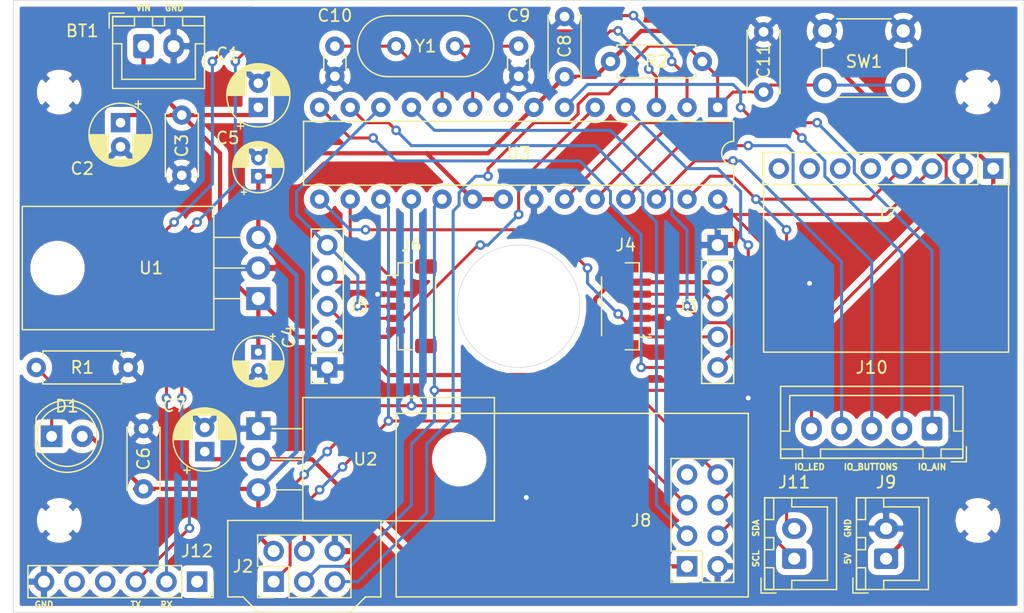
<source format=kicad_pcb>
(kicad_pcb (version 20171130) (host pcbnew 5.1.6-c6e7f7d~86~ubuntu18.04.1)
  (layers (0 F.Cu signal) (31 B.Cu signal) (34 B.Paste user) (35 F.Paste user) (36 B.SilkS user) (37 F.SilkS user) (38 B.Mask user) (39 F.Mask user) (44 Edge.Cuts user))
  (net 0 "")
  (net 1 GND)
  (net 2 +12V)
  (net 3 +5V)
  (net 4 +3V3)
  (net 5 "Net-(C9-Pad1)")
  (net 6 "Net-(C10-Pad1)")
  (net 7 /RST)
  (net 8 "Net-(D1-Pad1)")
  (net 9 /MOSI)
  (net 10 /SCK)
  (net 11 /MISO)
  (net 12 /DIR1)
  (net 13 /PWM1)
  (net 14 /FG1)
  (net 15 /DIR2)
  (net 16 /PWM2)
  (net 17 /FG2)
  (net 18 "Net-(J7-Pad8)")
  (net 19 "Net-(J7-Pad7)")
  (net 20 "Net-(J7-Pad6)")
  (net 21 "Net-(J7-Pad5)")
  (net 22 /SDA)
  (net 23 /SCL)
  (net 24 /RADIO_CSN)
  (net 25 /RADIO_CE)
  (net 26 /IO_LED)
  (net 27 /IO_BUT3)
  (net 28 /IO_BUT2)
  (net 29 /IO_BUT1)
  (net 30 /IO_AIN)
  (net 31 "Net-(J12-Pad5)")
  (net 32 "Net-(J12-Pad4)")
  (net 33 /TX)
  (net 34 /RX)
  (net 35 "Net-(J12-Pad1)")
  (net 36 "Net-(J8-Pad7)")
  (module Package_DIP:DIP-28_W7.62mm (layer F.Cu) (at 165.1 107.95 270)
    (fp_text reference U3 (at 3.81 16.51 180) (layer F.SilkS))
    (fp_text value ATmega328P-PU)
    (pad 28 thru_hole oval (at 7.62 0 270) (size 1.6 1.6) (drill 0.8) (layers *.Cu *.Mask) (net 23 /SCL))
    (pad 14 thru_hole oval (at 0 33.02 270) (size 1.6 1.6) (drill 0.8) (layers *.Cu *.Mask) (net 25 /RADIO_CE))
    (pad 27 thru_hole oval (at 7.62 2.54 270) (size 1.6 1.6) (drill 0.8) (layers *.Cu *.Mask) (net 22 /SDA))
    (pad 13 thru_hole oval (at 0 30.48 270) (size 1.6 1.6) (drill 0.8) (layers *.Cu *.Mask) (net 24 /RADIO_CSN))
    (pad 26 thru_hole oval (at 7.62 5.08 270) (size 1.6 1.6) (drill 0.8) (layers *.Cu *.Mask) (net 27 /IO_BUT3))
    (pad 12 thru_hole oval (at 0 27.94 270) (size 1.6 1.6) (drill 0.8) (layers *.Cu *.Mask) (net 15 /DIR2))
    (pad 25 thru_hole oval (at 7.62 7.62 270) (size 1.6 1.6) (drill 0.8) (layers *.Cu *.Mask) (net 28 /IO_BUT2))
    (pad 11 thru_hole oval (at 0 25.4 270) (size 1.6 1.6) (drill 0.8) (layers *.Cu *.Mask) (net 12 /DIR1))
    (pad 24 thru_hole oval (at 7.62 10.16 270) (size 1.6 1.6) (drill 0.8) (layers *.Cu *.Mask) (net 29 /IO_BUT1))
    (pad 10 thru_hole oval (at 0 22.86 270) (size 1.6 1.6) (drill 0.8) (layers *.Cu *.Mask) (net 6 "Net-(C10-Pad1)"))
    (pad 23 thru_hole oval (at 7.62 12.7 270) (size 1.6 1.6) (drill 0.8) (layers *.Cu *.Mask) (net 30 /IO_AIN))
    (pad 9 thru_hole oval (at 0 20.32 270) (size 1.6 1.6) (drill 0.8) (layers *.Cu *.Mask) (net 5 "Net-(C9-Pad1)"))
    (pad 22 thru_hole oval (at 7.62 15.24 270) (size 1.6 1.6) (drill 0.8) (layers *.Cu *.Mask) (net 1 GND))
    (pad 8 thru_hole oval (at 0 17.78 270) (size 1.6 1.6) (drill 0.8) (layers *.Cu *.Mask) (net 1 GND))
    (pad 21 thru_hole oval (at 7.62 17.78 270) (size 1.6 1.6) (drill 0.8) (layers *.Cu *.Mask) (net 3 +5V))
    (pad 7 thru_hole oval (at 0 15.24 270) (size 1.6 1.6) (drill 0.8) (layers *.Cu *.Mask) (net 3 +5V))
    (pad 20 thru_hole oval (at 7.62 20.32 270) (size 1.6 1.6) (drill 0.8) (layers *.Cu *.Mask) (net 3 +5V))
    (pad 6 thru_hole oval (at 0 12.7 270) (size 1.6 1.6) (drill 0.8) (layers *.Cu *.Mask) (net 26 /IO_LED))
    (pad 19 thru_hole oval (at 7.62 22.86 270) (size 1.6 1.6) (drill 0.8) (layers *.Cu *.Mask) (net 10 /SCK))
    (pad 5 thru_hole oval (at 0 10.16 270) (size 1.6 1.6) (drill 0.8) (layers *.Cu *.Mask) (net 17 /FG2))
    (pad 18 thru_hole oval (at 7.62 25.4 270) (size 1.6 1.6) (drill 0.8) (layers *.Cu *.Mask) (net 11 /MISO))
    (pad 4 thru_hole oval (at 0 7.62 270) (size 1.6 1.6) (drill 0.8) (layers *.Cu *.Mask) (net 14 /FG1))
    (pad 17 thru_hole oval (at 7.62 27.94 270) (size 1.6 1.6) (drill 0.8) (layers *.Cu *.Mask) (net 9 /MOSI))
    (pad 3 thru_hole oval (at 0 5.08 270) (size 1.6 1.6) (drill 0.8) (layers *.Cu *.Mask) (net 33 /TX))
    (pad 16 thru_hole oval (at 7.62 30.48 270) (size 1.6 1.6) (drill 0.8) (layers *.Cu *.Mask) (net 16 /PWM2))
    (pad 2 thru_hole oval (at 0 2.54 270) (size 1.6 1.6) (drill 0.8) (layers *.Cu *.Mask) (net 34 /RX))
    (pad 15 thru_hole oval (at 7.62 33.02 270) (size 1.6 1.6) (drill 0.8) (layers *.Cu *.Mask) (net 13 /PWM1))
    (pad 1 thru_hole rect (at 0 0 270) (size 1.6 1.6) (drill 0.8) (layers *.Cu *.Mask) (net 7 /RST))
  )
  (module MountingHole:MountingHole_2.7mm_M2.5 (layer F.Cu) (at 186.69 142.24)
    (fp_text reference H4 hide)
    (fp_text value MountingHole_Pad)
    (pad 1 np_thru_hole circle (at 0 0) (size 2.7 2.7) (drill 2.7) (layers *.Cu *.Mask) (net 1 GND))
  )
  (module MountingHole:MountingHole_2.7mm_M2.5 (layer F.Cu) (at 110.49 142.24)
    (fp_text reference H3 hide)
    (fp_text value MountingHole_Pad)
    (pad 1 np_thru_hole circle (at 0 0) (size 2.7 2.7) (drill 2.7) (layers *.Cu *.Mask) (net 1 GND))
  )
  (module MountingHole:MountingHole_2.7mm_M2.5 (layer F.Cu) (at 186.69 106.68)
    (fp_text reference H2 hide)
    (fp_text value MountingHole_Pad)
    (pad 1 np_thru_hole circle (at 0 0) (size 2.7 2.7) (drill 2.7) (layers *.Cu *.Mask) (net 1 GND))
  )
  (module MountingHole:MountingHole_2.7mm_M2.5 (layer F.Cu) (at 110.49 106.68)
    (fp_text reference H1 hide)
    (fp_text value MountingHole_Pad hide)
    (pad 1 np_thru_hole circle (at 0 0) (size 2.7 2.7) (drill 2.7) (layers *.Cu *.Mask) (net 1 GND))
  )
  (module Connector_PinSocket_2.54mm:PinSocket_2x04_P2.54mm_Vertical (layer F.Cu) (at 162.56 146.05 180)
    (fp_text reference J8 (at 3.81 3.81) (layer F.SilkS))
    (fp_text value Radio)
    (pad 8 thru_hole oval (at -2.54 7.62 180) (size 1.7 1.7) (drill 1) (layers *.Cu *.Mask) (net 11 /MISO))
    (pad 7 thru_hole oval (at 0 7.62 180) (size 1.7 1.7) (drill 1) (layers *.Cu *.Mask) (net 36 "Net-(J8-Pad7)"))
    (pad 6 thru_hole oval (at -2.54 5.08 180) (size 1.7 1.7) (drill 1) (layers *.Cu *.Mask) (net 10 /SCK))
    (pad 5 thru_hole oval (at 0 5.08 180) (size 1.7 1.7) (drill 1) (layers *.Cu *.Mask) (net 9 /MOSI))
    (pad 4 thru_hole oval (at -2.54 2.54 180) (size 1.7 1.7) (drill 1) (layers *.Cu *.Mask) (net 25 /RADIO_CE))
    (pad 3 thru_hole oval (at 0 2.54 180) (size 1.7 1.7) (drill 1) (layers *.Cu *.Mask) (net 24 /RADIO_CSN))
    (pad 2 thru_hole oval (at -2.54 0 180) (size 1.7 1.7) (drill 1) (layers *.Cu *.Mask) (net 1 GND))
    (pad 1 thru_hole rect (at 0 0 180) (size 1.7 1.7) (drill 1) (layers *.Cu *.Mask) (net 4 +3V3))
  )
  (module Capacitor_THT:C_Disc_D5.0mm_W2.5mm_P5.00mm (layer F.Cu) (at 168.91 106.68 90)
    (fp_text reference C11 (at 2.54 0 90) (layer F.SilkS))
    (fp_text value 4.7n)
    (pad 2 thru_hole circle (at 5 0 90) (size 1.6 1.6) (drill 0.8) (layers *.Cu *.Mask) (net 1 GND))
    (pad 1 thru_hole circle (at 0 0 90) (size 1.6 1.6) (drill 0.8) (layers *.Cu *.Mask) (net 7 /RST))
  )
  (module Package_TO_SOT_THT:TO-220-3_Horizontal_TabDown (layer F.Cu) (at 127 123.825 90)
    (fp_text reference U1 (at 2.54 -8.89 180) (layer F.SilkS))
    (fp_text value L7805)
    (pad 3 thru_hole oval (at 5.08 0 90) (size 1.905 2) (drill 1.1) (layers *.Cu *.Mask) (net 3 +5V))
    (pad 2 thru_hole oval (at 2.54 0 90) (size 1.905 2) (drill 1.1) (layers *.Cu *.Mask) (net 1 GND))
    (pad 1 thru_hole rect (at 0 0 90) (size 1.905 2) (drill 1.1) (layers *.Cu *.Mask) (net 2 +12V))
    (pad "" np_thru_hole oval (at 2.54 -16.66 90) (size 3.5 3.5) (drill 3.5) (layers *.Cu *.Mask))
  )
  (module Crystal:Crystal_HC49-U_Vertical (layer F.Cu) (at 138.43 102.87)
    (fp_text reference Y1 (at 2.44 0) (layer F.SilkS))
    (fp_text value 16MHz hide)
    (pad 2 thru_hole circle (at 4.88 0) (size 1.5 1.5) (drill 0.8) (layers *.Cu *.Mask) (net 5 "Net-(C9-Pad1)"))
    (pad 1 thru_hole circle (at 0 0) (size 1.5 1.5) (drill 0.8) (layers *.Cu *.Mask) (net 6 "Net-(C10-Pad1)"))
  )
  (module Package_TO_SOT_THT:TO-220-3_Horizontal_TabDown (layer F.Cu) (at 127 134.62 270)
    (fp_text reference U2 (at 2.54 -8.89 180) (layer F.SilkS))
    (fp_text value LD1117S33TR_SOT223)
    (pad 3 thru_hole oval (at 5.08 0 270) (size 1.905 2) (drill 1.1) (layers *.Cu *.Mask) (net 3 +5V))
    (pad 2 thru_hole oval (at 2.54 0 270) (size 1.905 2) (drill 1.1) (layers *.Cu *.Mask) (net 4 +3V3))
    (pad 1 thru_hole rect (at 0 0 270) (size 1.905 2) (drill 1.1) (layers *.Cu *.Mask) (net 1 GND))
    (pad "" np_thru_hole oval (at 2.54 -16.66 270) (size 3.5 3.5) (drill 3.5) (layers *.Cu *.Mask))
  )
  (module Button_Switch_THT:SW_PUSH_6mm_H4.3mm (layer F.Cu) (at 173.99 101.6)
    (fp_text reference SW1 (at 3.25 2.54) (layer F.SilkS))
    (fp_text value SW_Push)
    (pad 1 thru_hole circle (at 6.5 0 90) (size 2 2) (drill 1.1) (layers *.Cu *.Mask) (net 1 GND))
    (pad 2 thru_hole circle (at 6.5 4.5 90) (size 2 2) (drill 1.1) (layers *.Cu *.Mask) (net 7 /RST))
    (pad 1 thru_hole circle (at 0 0 90) (size 2 2) (drill 1.1) (layers *.Cu *.Mask) (net 1 GND))
    (pad 2 thru_hole circle (at 0 4.5 90) (size 2 2) (drill 1.1) (layers *.Cu *.Mask) (net 7 /RST))
  )
  (module Resistor_THT:R_Axial_DIN0207_L6.3mm_D2.5mm_P7.62mm_Horizontal (layer F.Cu) (at 163.83 104.14 180)
    (fp_text reference R2 (at 3.81 0) (layer F.SilkS))
    (fp_text value 10k)
    (pad 2 thru_hole oval (at 7.62 0 180) (size 1.6 1.6) (drill 0.8) (layers *.Cu *.Mask) (net 3 +5V))
    (pad 1 thru_hole circle (at 0 0 180) (size 1.6 1.6) (drill 0.8) (layers *.Cu *.Mask) (net 7 /RST))
  )
  (module Resistor_THT:R_Axial_DIN0207_L6.3mm_D2.5mm_P7.62mm_Horizontal (layer F.Cu) (at 116.205 129.54 180)
    (fp_text reference R1 (at 3.81 0) (layer F.SilkS))
    (fp_text value 220)
    (pad 2 thru_hole oval (at 7.62 0 180) (size 1.6 1.6) (drill 0.8) (layers *.Cu *.Mask) (net 8 "Net-(D1-Pad1)"))
    (pad 1 thru_hole circle (at 0 0 180) (size 1.6 1.6) (drill 0.8) (layers *.Cu *.Mask) (net 1 GND))
  )
  (module Connector_PinSocket_2.54mm:PinSocket_1x06_P2.54mm_Vertical (layer F.Cu) (at 121.92 147.32 270)
    (fp_text reference J12 (at -2.54 0 180) (layer F.SilkS))
    (fp_text value Serial)
    (pad 6 thru_hole oval (at 0 12.7 270) (size 1.7 1.7) (drill 1) (layers *.Cu *.Mask) (net 1 GND))
    (pad 5 thru_hole oval (at 0 10.16 270) (size 1.7 1.7) (drill 1) (layers *.Cu *.Mask) (net 31 "Net-(J12-Pad5)"))
    (pad 4 thru_hole oval (at 0 7.62 270) (size 1.7 1.7) (drill 1) (layers *.Cu *.Mask) (net 32 "Net-(J12-Pad4)"))
    (pad 3 thru_hole oval (at 0 5.08 270) (size 1.7 1.7) (drill 1) (layers *.Cu *.Mask) (net 33 /TX))
    (pad 2 thru_hole oval (at 0 2.54 270) (size 1.7 1.7) (drill 1) (layers *.Cu *.Mask) (net 34 /RX))
    (pad 1 thru_hole rect (at 0 0 270) (size 1.7 1.7) (drill 1) (layers *.Cu *.Mask) (net 35 "Net-(J12-Pad1)"))
  )
  (module Connector_JST:JST_XH_B2B-XH-A_1x02_P2.50mm_Vertical (layer F.Cu) (at 171.45 145.415 90)
    (fp_text reference J11 (at 6.35 0 180) (layer F.SilkS))
    (fp_text value "Interface I2C")
    (pad 2 thru_hole oval (at 2.5 0 90) (size 1.7 2) (drill 1) (layers *.Cu *.Mask) (net 22 /SDA))
    (pad 1 thru_hole roundrect (at 0 0 90) (size 1.7 2) (drill 1) (layers *.Cu *.Mask) (roundrect_rratio 0.147059) (net 23 /SCL))
  )
  (module Connector_JST:JST_XH_B5B-XH-A_1x05_P2.50mm_Vertical (layer F.Cu) (at 182.88 134.62 180)
    (fp_text reference J10 (at 5 5.08) (layer F.SilkS))
    (fp_text value "Interface IO")
    (pad 5 thru_hole oval (at 10 0 180) (size 1.7 1.95) (drill 0.95) (layers *.Cu *.Mask) (net 26 /IO_LED))
    (pad 4 thru_hole oval (at 7.5 0 180) (size 1.7 1.95) (drill 0.95) (layers *.Cu *.Mask) (net 27 /IO_BUT3))
    (pad 3 thru_hole oval (at 5 0 180) (size 1.7 1.95) (drill 0.95) (layers *.Cu *.Mask) (net 28 /IO_BUT2))
    (pad 2 thru_hole oval (at 2.5 0 180) (size 1.7 1.95) (drill 0.95) (layers *.Cu *.Mask) (net 29 /IO_BUT1))
    (pad 1 thru_hole roundrect (at 0 0 180) (size 1.7 1.95) (drill 0.95) (layers *.Cu *.Mask) (roundrect_rratio 0.147059) (net 30 /IO_AIN))
  )
  (module Connector_JST:JST_XH_B2B-XH-A_1x02_P2.50mm_Vertical (layer F.Cu) (at 179.07 145.415 90)
    (fp_text reference J9 (at 6.35 0 180) (layer F.SilkS))
    (fp_text value "Interface Power")
    (pad 2 thru_hole oval (at 2.5 0 90) (size 1.7 2) (drill 1) (layers *.Cu *.Mask) (net 1 GND))
    (pad 1 thru_hole roundrect (at 0 0 90) (size 1.7 2) (drill 1) (layers *.Cu *.Mask) (roundrect_rratio 0.147059) (net 3 +5V))
  )
  (module Connector_PinSocket_2.54mm:PinSocket_1x08_P2.54mm_Vertical (layer F.Cu) (at 187.96 113.03 270)
    (fp_text reference J7 (at 3.81 8.89 180) (layer F.SilkS))
    (fp_text value MPU6050)
    (pad 8 thru_hole oval (at 0 17.78 270) (size 1.7 1.7) (drill 1) (layers *.Cu *.Mask) (net 18 "Net-(J7-Pad8)"))
    (pad 7 thru_hole oval (at 0 15.24 270) (size 1.7 1.7) (drill 1) (layers *.Cu *.Mask) (net 19 "Net-(J7-Pad7)"))
    (pad 6 thru_hole oval (at 0 12.7 270) (size 1.7 1.7) (drill 1) (layers *.Cu *.Mask) (net 20 "Net-(J7-Pad6)"))
    (pad 5 thru_hole oval (at 0 10.16 270) (size 1.7 1.7) (drill 1) (layers *.Cu *.Mask) (net 21 "Net-(J7-Pad5)"))
    (pad 4 thru_hole oval (at 0 7.62 270) (size 1.7 1.7) (drill 1) (layers *.Cu *.Mask) (net 22 /SDA))
    (pad 3 thru_hole oval (at 0 5.08 270) (size 1.7 1.7) (drill 1) (layers *.Cu *.Mask) (net 23 /SCL))
    (pad 2 thru_hole oval (at 0 2.54 270) (size 1.7 1.7) (drill 1) (layers *.Cu *.Mask) (net 1 GND))
    (pad 1 thru_hole rect (at 0 0 270) (size 1.7 1.7) (drill 1) (layers *.Cu *.Mask) (net 3 +5V))
  )
  (module Connector_JST:JST_SH_BM05B-SRSS-TB_1x05-1MP_P1.00mm_Vertical (layer F.Cu) (at 139.7 124.46 270)
    (fp_text reference J6 (at -5.08 0 180) (layer F.SilkS))
    (fp_text value "Motor 2 (micro)")
    (pad MP smd roundrect (at 3.3 -1.2 270) (size 1.2 1.8) (layers F.Cu F.Paste F.Mask) (roundrect_rratio 0.208333))
    (pad MP smd roundrect (at -3.3 -1.2 270) (size 1.2 1.8) (layers F.Cu F.Paste F.Mask) (roundrect_rratio 0.208333))
    (pad 5 smd roundrect (at 2 1.325 270) (size 0.6 1.55) (layers F.Cu F.Paste F.Mask) (net 2 +12V))
    (pad 4 smd roundrect (at 1 1.325 270) (size 0.6 1.55) (layers F.Cu F.Paste F.Mask) (net 17 /FG2))
    (pad 3 smd roundrect (at 0 1.325 270) (size 0.6 1.55) (layers F.Cu F.Paste F.Mask) (net 15 /DIR2))
    (pad 2 smd roundrect (at -1 1.325 270) (size 0.6 1.55) (layers F.Cu F.Paste F.Mask) (net 1 GND))
    (pad 1 smd roundrect (at -2 1.325 270) (size 0.6 1.55) (layers F.Cu F.Paste F.Mask) (net 16 /PWM2))
  )
  (module Connector_PinSocket_2.54mm:PinSocket_1x05_P2.54mm_Vertical (layer F.Cu) (at 132.715 129.54 180)
    (fp_text reference J5 (at -2.54 5.08) (layer F.SilkS))
    (fp_text value "Motor 2")
    (pad 5 thru_hole oval (at 0 10.16 180) (size 1.7 1.7) (drill 1) (layers *.Cu *.Mask) (net 15 /DIR2))
    (pad 4 thru_hole oval (at 0 7.62 180) (size 1.7 1.7) (drill 1) (layers *.Cu *.Mask) (net 16 /PWM2))
    (pad 3 thru_hole oval (at 0 5.08 180) (size 1.7 1.7) (drill 1) (layers *.Cu *.Mask) (net 17 /FG2))
    (pad 2 thru_hole oval (at 0 2.54 180) (size 1.7 1.7) (drill 1) (layers *.Cu *.Mask) (net 2 +12V))
    (pad 1 thru_hole rect (at 0 0 180) (size 1.7 1.7) (drill 1) (layers *.Cu *.Mask) (net 1 GND))
  )
  (module Connector_JST:JST_SH_BM05B-SRSS-TB_1x05-1MP_P1.00mm_Vertical (layer F.Cu) (at 157.48 124.46 90)
    (fp_text reference J4 (at 5.08 0 180) (layer F.SilkS))
    (fp_text value "Motor 1 (micro)")
    (pad MP smd roundrect (at 3.3 -1.2 90) (size 1.2 1.8) (layers F.Cu F.Paste F.Mask) (roundrect_rratio 0.208333))
    (pad MP smd roundrect (at -3.3 -1.2 90) (size 1.2 1.8) (layers F.Cu F.Paste F.Mask) (roundrect_rratio 0.208333))
    (pad 5 smd roundrect (at 2 1.325 90) (size 0.6 1.55) (layers F.Cu F.Paste F.Mask) (net 2 +12V))
    (pad 4 smd roundrect (at 1 1.325 90) (size 0.6 1.55) (layers F.Cu F.Paste F.Mask) (net 14 /FG1))
    (pad 3 smd roundrect (at 0 1.325 90) (size 0.6 1.55) (layers F.Cu F.Paste F.Mask) (net 12 /DIR1))
    (pad 2 smd roundrect (at -1 1.325 90) (size 0.6 1.55) (layers F.Cu F.Paste F.Mask) (net 1 GND))
    (pad 1 smd roundrect (at -2 1.325 90) (size 0.6 1.55) (layers F.Cu F.Paste F.Mask) (net 13 /PWM1))
  )
  (module Connector_PinSocket_2.54mm:PinSocket_1x05_P2.54mm_Vertical (layer F.Cu) (at 165.1 119.38)
    (fp_text reference J3 (at -2.54 5.08) (layer F.SilkS))
    (fp_text value "Motor 1")
    (pad 5 thru_hole oval (at 0 10.16) (size 1.7 1.7) (drill 1) (layers *.Cu *.Mask) (net 12 /DIR1))
    (pad 4 thru_hole oval (at 0 7.62) (size 1.7 1.7) (drill 1) (layers *.Cu *.Mask) (net 13 /PWM1))
    (pad 3 thru_hole oval (at 0 5.08) (size 1.7 1.7) (drill 1) (layers *.Cu *.Mask) (net 14 /FG1))
    (pad 2 thru_hole oval (at 0 2.54) (size 1.7 1.7) (drill 1) (layers *.Cu *.Mask) (net 2 +12V))
    (pad 1 thru_hole rect (at 0 0) (size 1.7 1.7) (drill 1) (layers *.Cu *.Mask) (net 1 GND))
  )
  (module Connector_PinHeader_2.54mm:PinHeader_2x03_P2.54mm_Vertical (layer F.Cu) (at 128.27 147.32 90)
    (fp_text reference J2 (at 1.27 -2.54 180) (layer F.SilkS))
    (fp_text value "ICSP Programmer")
    (pad 6 thru_hole oval (at 2.54 5.08 90) (size 1.7 1.7) (drill 1) (layers *.Cu *.Mask) (net 1 GND))
    (pad 5 thru_hole oval (at 0 5.08 90) (size 1.7 1.7) (drill 1) (layers *.Cu *.Mask) (net 7 /RST))
    (pad 4 thru_hole oval (at 2.54 2.54 90) (size 1.7 1.7) (drill 1) (layers *.Cu *.Mask) (net 9 /MOSI))
    (pad 3 thru_hole oval (at 0 2.54 90) (size 1.7 1.7) (drill 1) (layers *.Cu *.Mask) (net 10 /SCK))
    (pad 2 thru_hole oval (at 2.54 0 90) (size 1.7 1.7) (drill 1) (layers *.Cu *.Mask) (net 3 +5V))
    (pad 1 thru_hole rect (at 0 0 90) (size 1.7 1.7) (drill 1) (layers *.Cu *.Mask) (net 11 /MISO))
  )
  (module LED_THT:LED_D5.0mm (layer F.Cu) (at 109.855 135.255)
    (fp_text reference D1 (at 1.27 -2.5) (layer F.SilkS))
    (fp_text value LED)
    (pad 2 thru_hole circle (at 2.54 0) (size 1.8 1.8) (drill 0.9) (layers *.Cu *.Mask) (net 3 +5V))
    (pad 1 thru_hole rect (at 0 0) (size 1.8 1.8) (drill 0.9) (layers *.Cu *.Mask) (net 8 "Net-(D1-Pad1)"))
  )
  (module Capacitor_THT:C_Disc_D3.0mm_W1.6mm_P2.50mm (layer F.Cu) (at 133.35 102.87 270)
    (fp_text reference C10 (at -2.54 0 180) (layer F.SilkS))
    (fp_text value 22p hide)
    (pad 2 thru_hole circle (at 2.5 0 270) (size 1.6 1.6) (drill 0.8) (layers *.Cu *.Mask) (net 1 GND))
    (pad 1 thru_hole circle (at 0 0 270) (size 1.6 1.6) (drill 0.8) (layers *.Cu *.Mask) (net 6 "Net-(C10-Pad1)"))
  )
  (module Capacitor_THT:C_Disc_D3.0mm_W1.6mm_P2.50mm (layer F.Cu) (at 148.59 102.87 270)
    (fp_text reference C9 (at -2.54 0 180) (layer F.SilkS))
    (fp_text value 22p hide)
    (pad 2 thru_hole circle (at 2.5 0 270) (size 1.6 1.6) (drill 0.8) (layers *.Cu *.Mask) (net 1 GND))
    (pad 1 thru_hole circle (at 0 0 270) (size 1.6 1.6) (drill 0.8) (layers *.Cu *.Mask) (net 5 "Net-(C9-Pad1)"))
  )
  (module Capacitor_THT:C_Disc_D5.0mm_W2.5mm_P5.00mm (layer F.Cu) (at 152.4 105.41 90)
    (fp_text reference C8 (at 2.54 0 90) (layer F.SilkS))
    (fp_text value 0.1u hide)
    (pad 2 thru_hole circle (at 5 0 90) (size 1.6 1.6) (drill 0.8) (layers *.Cu *.Mask) (net 1 GND))
    (pad 1 thru_hole circle (at 0 0 90) (size 1.6 1.6) (drill 0.8) (layers *.Cu *.Mask) (net 3 +5V))
  )
  (module Capacitor_THT:CP_Radial_D5.0mm_P2.00mm (layer F.Cu) (at 122.555 136.525 90)
    (fp_text reference C7 (at 3.81 -2.54 180) (layer F.SilkS))
    (fp_text value 10u)
    (pad 2 thru_hole circle (at 2 0 90) (size 1.6 1.6) (drill 0.8) (layers *.Cu *.Mask) (net 1 GND))
    (pad 1 thru_hole rect (at 0 0 90) (size 1.6 1.6) (drill 0.8) (layers *.Cu *.Mask) (net 4 +3V3))
  )
  (module Capacitor_THT:C_Disc_D5.0mm_W2.5mm_P5.00mm (layer F.Cu) (at 117.475 134.62 270)
    (fp_text reference C6 (at 2.5 0 90) (layer F.SilkS))
    (fp_text value 0.1u)
    (pad 2 thru_hole circle (at 5 0 270) (size 1.6 1.6) (drill 0.8) (layers *.Cu *.Mask) (net 3 +5V))
    (pad 1 thru_hole circle (at 0 0 270) (size 1.6 1.6) (drill 0.8) (layers *.Cu *.Mask) (net 1 GND))
  )
  (module Capacitor_THT:CP_Radial_D4.0mm_P1.50mm (layer F.Cu) (at 127 113.665 90)
    (fp_text reference C5 (at 3.175 -2.54 180) (layer F.SilkS))
    (fp_text value 0.1u)
    (pad 2 thru_hole circle (at 1.5 0 90) (size 1.2 1.2) (drill 0.6) (layers *.Cu *.Mask) (net 1 GND))
    (pad 1 thru_hole rect (at 0 0 90) (size 1.2 1.2) (drill 0.6) (layers *.Cu *.Mask) (net 3 +5V))
  )
  (module Capacitor_THT:CP_Radial_D4.0mm_P1.50mm (layer F.Cu) (at 127 128.27 270)
    (fp_text reference C4 (at -1.27 -2.54 90) (layer F.SilkS))
    (fp_text value 0.33u)
    (pad 2 thru_hole circle (at 1.5 0 270) (size 1.2 1.2) (drill 0.6) (layers *.Cu *.Mask) (net 1 GND))
    (pad 1 thru_hole rect (at 0 0 270) (size 1.2 1.2) (drill 0.6) (layers *.Cu *.Mask) (net 2 +12V))
  )
  (module Capacitor_THT:C_Disc_D5.0mm_W2.5mm_P5.00mm (layer F.Cu) (at 120.65 108.585 270)
    (fp_text reference C3 (at 2.54 0 90) (layer F.SilkS))
    (fp_text value 0.1u hide)
    (pad 2 thru_hole circle (at 5 0 270) (size 1.6 1.6) (drill 0.8) (layers *.Cu *.Mask) (net 1 GND))
    (pad 1 thru_hole circle (at 0 0 270) (size 1.6 1.6) (drill 0.8) (layers *.Cu *.Mask) (net 2 +12V))
  )
  (module Capacitor_THT:CP_Radial_D5.0mm_P2.00mm (layer F.Cu) (at 115.57 109.22 270)
    (fp_text reference C2 (at 3.81 3.175 180) (layer F.SilkS))
    (fp_text value 1u)
    (pad 2 thru_hole circle (at 2 0 270) (size 1.6 1.6) (drill 0.8) (layers *.Cu *.Mask) (net 1 GND))
    (pad 1 thru_hole rect (at 0 0 270) (size 1.6 1.6) (drill 0.8) (layers *.Cu *.Mask) (net 2 +12V))
  )
  (module Capacitor_THT:CP_Radial_D5.0mm_P2.00mm (layer F.Cu) (at 127 107.95 90)
    (fp_text reference C1 (at 4.445 -2.54 180) (layer F.SilkS))
    (fp_text value 10u)
    (pad 2 thru_hole circle (at 2 0 90) (size 1.6 1.6) (drill 0.8) (layers *.Cu *.Mask) (net 1 GND))
    (pad 1 thru_hole rect (at 0 0 90) (size 1.6 1.6) (drill 0.8) (layers *.Cu *.Mask) (net 2 +12V))
  )
  (module Connector_JST:JST_XH_B2B-XH-A_1x02_P2.50mm_Vertical (layer F.Cu) (at 117.475 102.87)
    (fp_text reference BT1 (at -5.08 -1.27) (layer F.SilkS))
    (fp_text value Battery hide)
    (pad 2 thru_hole oval (at 2.5 0) (size 1.7 2) (drill 1) (layers *.Cu *.Mask) (net 1 GND))
    (pad 1 thru_hole roundrect (at 0 0) (size 1.7 2) (drill 1) (layers *.Cu *.Mask) (roundrect_rratio 0.147059) (net 2 +12V))
  )
  (gr_text IO_BUTTONS (at 177.8 137.795) (layer F.SilkS) (effects (font (size 0.5 0.5) (thickness 0.125))))
  (gr_text IO_AIN (at 182.88 137.795) (layer F.SilkS) (effects (font (size 0.5 0.5) (thickness 0.125))))
  (gr_text IO_LED (at 172.72 137.795) (layer F.SilkS) (effects (font (size 0.5 0.5) (thickness 0.125))))
  (gr_text GND (at 175.895 142.875 90) (layer F.SilkS) (effects (font (size 0.5 0.5) (thickness 0.125))))
  (gr_text 5V (at 175.895 145.415 90) (layer F.SilkS) (effects (font (size 0.5 0.5) (thickness 0.125))))
  (gr_text SCL (at 168.275 145.415 90) (layer F.SilkS) (effects (font (size 0.5 0.5) (thickness 0.125))))
  (gr_text SDA (at 168.275 142.875 90) (layer F.SilkS) (effects (font (size 0.5 0.5) (thickness 0.125))))
  (gr_text GND (at 120.015 99.695) (layer F.SilkS) (effects (font (size 0.5 0.5) (thickness 0.125))))
  (gr_text VIN (at 117.475 99.695) (layer F.SilkS) (effects (font (size 0.5 0.5) (thickness 0.125))))
  (gr_text RX (at 119.38 149.225) (layer F.SilkS) (effects (font (size 0.5 0.5) (thickness 0.125))))
  (gr_text TX (at 116.84 149.225) (layer F.SilkS) (effects (font (size 0.5 0.5) (thickness 0.125))))
  (gr_text GND (at 109.22 149.225) (layer F.SilkS) (effects (font (size 0.5 0.5) (thickness 0.125))))
  (gr_line (start 127 149.86) (end 134.62 149.86) (layer F.SilkS) (width 0.12))
  (gr_line (start 125.73 148.59) (end 127 149.86) (layer F.SilkS) (width 0.12))
  (gr_line (start 135.89 148.59) (end 134.62 149.86) (layer F.SilkS) (width 0.12))
  (gr_line (start 137.16 148.59) (end 135.89 148.59) (layer F.SilkS) (width 0.12))
  (gr_line (start 124.46 148.59) (end 124.46 142.24) (layer F.SilkS) (width 0.12))
  (gr_line (start 125.73 148.59) (end 124.46 148.59) (layer F.SilkS) (width 0.12))
  (gr_line (start 137.16 142.24) (end 137.16 148.59) (layer F.SilkS) (width 0.12))
  (gr_line (start 124.46 142.24) (end 137.16 142.24) (layer F.SilkS) (width 0.12))
  (gr_line (start 168.85 111.7) (end 189.23 111.76) (layer F.SilkS) (width 0.12))
  (gr_line (start 168.91 128.27) (end 168.91 111.76) (layer F.SilkS) (width 0.12))
  (gr_line (start 189.23 128.27) (end 168.91 128.27) (layer F.SilkS) (width 0.12))
  (gr_line (start 189.23 111.76) (end 189.23 128.27) (layer F.SilkS) (width 0.12))
  (gr_line (start 138.43 148.59) (end 138.43 133.35) (layer F.SilkS) (width 0.12))
  (gr_line (start 167.64 148.59) (end 138.43 148.59) (layer F.SilkS) (width 0.12))
  (gr_line (start 167.64 133.35) (end 167.64 148.59) (layer F.SilkS) (width 0.12))
  (gr_line (start 153.67 133.35) (end 167.64 133.35) (layer F.SilkS) (width 0.12))
  (gr_line (start 138.43 133.35) (end 153.67 133.35) (layer F.SilkS) (width 0.12))
  (gr_line (start 106.68 149.86) (end 106.68 99.06) (layer Edge.Cuts) (width 0.05))
  (gr_line (start 190.5 149.86) (end 106.68 149.86) (layer Edge.Cuts) (width 0.05))
  (gr_line (start 190.5 99.06) (end 190.5 149.86) (layer Edge.Cuts) (width 0.05))
  (gr_line (start 106.68 99.06) (end 190.5 99.06) (layer Edge.Cuts) (width 0.05))
  (gr_circle (center 148.59 124.46) (end 153.67 124.46) (layer Edge.Cuts) (width 0.05))
  (segment (start 138.375 123.46) (end 136.89 123.46) (width 0.25) (layer F.Cu) (net 1))
  (segment (start 136.89 123.46) (end 136.89 123.46) (width 0.25) (layer F.Cu) (net 1))
  (via (at 136.89 123.46) (size 0.8) (drill 0.4) (layers F.Cu B.Cu) (net 1))
  (segment (start 158.805 125.46) (end 161.02 125.46) (width 0.25) (layer F.Cu) (net 1))
  (segment (start 161.02 125.46) (end 161.02 125.46) (width 0.25) (layer F.Cu) (net 1))
  (via (at 161.02 125.46) (size 0.8) (drill 0.4) (layers F.Cu B.Cu) (net 1))
  (via (at 149.225 140.335) (size 0.8) (drill 0.4) (layers F.Cu B.Cu) (net 1))
  (via (at 167.64 132.08) (size 0.8) (drill 0.4) (layers F.Cu B.Cu) (net 1))
  (via (at 172.72 122.555) (size 0.8) (drill 0.4) (layers F.Cu B.Cu) (net 1))
  (segment (start 132.08 127) (end 132.715 127) (width 0.35) (layer F.Cu) (net 2))
  (segment (start 137.835 127) (end 138.375 126.46) (width 0.35) (layer F.Cu) (net 2))
  (segment (start 134.62 127) (end 137.835 127) (width 0.35) (layer F.Cu) (net 2))
  (segment (start 132.715 127) (end 134.62 127) (width 0.35) (layer F.Cu) (net 2))
  (segment (start 156.305 122.46) (end 158.805 122.46) (width 0.35) (layer F.Cu) (net 2))
  (segment (start 154.94 123.825) (end 156.305 122.46) (width 0.35) (layer F.Cu) (net 2))
  (segment (start 154.94 126.365) (end 154.94 123.825) (width 0.35) (layer F.Cu) (net 2))
  (segment (start 134.62 127) (end 137.795 130.175) (width 0.35) (layer F.Cu) (net 2))
  (segment (start 151.13 130.175) (end 154.94 126.365) (width 0.35) (layer F.Cu) (net 2))
  (segment (start 137.795 130.175) (end 151.13 130.175) (width 0.35) (layer F.Cu) (net 2))
  (segment (start 164.56 122.46) (end 165.1 121.92) (width 0.35) (layer F.Cu) (net 2))
  (segment (start 158.805 122.46) (end 164.56 122.46) (width 0.35) (layer F.Cu) (net 2))
  (segment (start 117.475 105.41) (end 120.65 108.585) (width 0.35) (layer F.Cu) (net 2))
  (segment (start 117.475 102.87) (end 117.475 105.41) (width 0.35) (layer F.Cu) (net 2))
  (segment (start 126.365 108.585) (end 127 107.95) (width 0.35) (layer F.Cu) (net 2))
  (segment (start 120.65 108.585) (end 126.365 108.585) (width 0.35) (layer F.Cu) (net 2))
  (segment (start 127 123.825) (end 126.365 123.825) (width 0.35) (layer F.Cu) (net 2))
  (segment (start 126.365 123.825) (end 123.825 121.285) (width 0.35) (layer F.Cu) (net 2))
  (segment (start 123.825 111.76) (end 120.65 108.585) (width 0.35) (layer F.Cu) (net 2))
  (segment (start 123.825 121.285) (end 123.825 111.76) (width 0.35) (layer F.Cu) (net 2))
  (segment (start 116.205 108.585) (end 115.57 109.22) (width 0.35) (layer F.Cu) (net 2))
  (segment (start 120.65 108.585) (end 116.205 108.585) (width 0.35) (layer F.Cu) (net 2))
  (segment (start 127 123.825) (end 127 128.27) (width 0.35) (layer F.Cu) (net 2))
  (segment (start 127 123.825) (end 130.175 127) (width 0.35) (layer F.Cu) (net 2))
  (segment (start 130.175 127) (end 132.715 127) (width 0.35) (layer F.Cu) (net 2))
  (segment (start 140.97 111.76) (end 144.78 115.57) (width 0.35) (layer F.Cu) (net 3))
  (segment (start 146.05 111.76) (end 149.86 107.95) (width 0.35) (layer F.Cu) (net 3))
  (segment (start 140.97 111.76) (end 146.05 111.76) (width 0.35) (layer F.Cu) (net 3))
  (segment (start 149.86 107.95) (end 152.4 105.41) (width 0.35) (layer F.Cu) (net 3))
  (segment (start 154.94 105.41) (end 156.21 104.14) (width 0.35) (layer F.Cu) (net 3))
  (segment (start 152.4 105.41) (end 154.94 105.41) (width 0.35) (layer F.Cu) (net 3))
  (segment (start 144.78 115.57) (end 147.32 115.57) (width 0.35) (layer F.Cu) (net 3))
  (segment (start 116.76 139.62) (end 117.475 139.62) (width 0.35) (layer F.Cu) (net 3))
  (segment (start 126.92 139.62) (end 127 139.7) (width 0.35) (layer F.Cu) (net 3))
  (segment (start 117.475 139.62) (end 126.92 139.62) (width 0.35) (layer F.Cu) (net 3))
  (segment (start 127 118.745) (end 127 113.665) (width 0.35) (layer F.Cu) (net 3))
  (segment (start 127 113.665) (end 130.175 113.665) (width 0.35) (layer F.Cu) (net 3))
  (segment (start 132.08 111.76) (end 132.715 111.76) (width 0.35) (layer F.Cu) (net 3))
  (segment (start 130.175 113.665) (end 132.08 111.76) (width 0.35) (layer F.Cu) (net 3))
  (segment (start 132.715 111.76) (end 140.97 111.76) (width 0.35) (layer F.Cu) (net 3))
  (segment (start 113.11 135.255) (end 112.395 135.255) (width 0.35) (layer F.Cu) (net 3))
  (segment (start 117.475 139.62) (end 113.11 135.255) (width 0.35) (layer F.Cu) (net 3))
  (segment (start 127 118.745) (end 130.175 121.92) (width 0.35) (layer B.Cu) (net 3))
  (segment (start 130.175 136.525) (end 127 139.7) (width 0.35) (layer B.Cu) (net 3))
  (segment (start 130.175 121.92) (end 130.175 136.525) (width 0.35) (layer B.Cu) (net 3))
  (segment (start 158.75 101.6) (end 156.21 104.14) (width 0.35) (layer F.Cu) (net 3))
  (segment (start 184.15 109.22) (end 179.574998 109.22) (width 0.35) (layer F.Cu) (net 3))
  (segment (start 179.574998 109.22) (end 174.494998 104.14) (width 0.35) (layer F.Cu) (net 3))
  (segment (start 174.494998 104.14) (end 167.64 104.14) (width 0.35) (layer F.Cu) (net 3))
  (segment (start 187.96 113.03) (end 184.15 109.22) (width 0.35) (layer F.Cu) (net 3))
  (segment (start 167.64 104.14) (end 165.1 101.6) (width 0.35) (layer F.Cu) (net 3))
  (segment (start 165.1 101.6) (end 158.75 101.6) (width 0.35) (layer F.Cu) (net 3))
  (segment (start 179.07 145.415) (end 182.245 142.24) (width 0.35) (layer F.Cu) (net 3))
  (segment (start 182.245 142.24) (end 182.245 140.97) (width 0.35) (layer F.Cu) (net 3))
  (segment (start 187.96 135.255) (end 187.96 113.03) (width 0.35) (layer F.Cu) (net 3))
  (segment (start 182.245 140.97) (end 187.96 135.255) (width 0.35) (layer F.Cu) (net 3))
  (segment (start 127 143.51) (end 128.27 144.78) (width 0.35) (layer F.Cu) (net 3))
  (segment (start 127 139.7) (end 127 143.51) (width 0.35) (layer F.Cu) (net 3))
  (segment (start 122.555 136.525) (end 123.19 137.16) (width 0.35) (layer F.Cu) (net 4))
  (segment (start 123.19 137.16) (end 127 137.16) (width 0.35) (layer F.Cu) (net 4))
  (segment (start 127 137.16) (end 131.445 137.16) (width 0.35) (layer F.Cu) (net 4))
  (segment (start 140.335 146.05) (end 162.56 146.05) (width 0.35) (layer F.Cu) (net 4))
  (segment (start 131.445 137.16) (end 140.335 146.05) (width 0.35) (layer F.Cu) (net 4))
  (segment (start 144.78 104.34) (end 143.31 102.87) (width 0.25) (layer F.Cu) (net 5))
  (segment (start 144.78 107.95) (end 144.78 104.34) (width 0.25) (layer F.Cu) (net 5))
  (segment (start 143.31 102.87) (end 148.59 102.87) (width 0.25) (layer F.Cu) (net 5))
  (segment (start 133.35 102.87) (end 138.43 102.87) (width 0.25) (layer F.Cu) (net 6))
  (segment (start 142.24 106.68) (end 138.43 102.87) (width 0.25) (layer F.Cu) (net 6))
  (segment (start 142.24 107.95) (end 142.24 106.68) (width 0.25) (layer F.Cu) (net 6))
  (segment (start 169.49 106.1) (end 168.91 106.68) (width 0.25) (layer F.Cu) (net 7))
  (segment (start 173.99 106.1) (end 169.49 106.1) (width 0.25) (layer F.Cu) (net 7))
  (segment (start 180.49 106.1) (end 173.99 106.1) (width 0.25) (layer B.Cu) (net 7))
  (segment (start 166.37 106.68) (end 165.1 107.95) (width 0.25) (layer F.Cu) (net 7))
  (segment (start 168.91 106.68) (end 166.37 106.68) (width 0.25) (layer F.Cu) (net 7))
  (segment (start 165.1 105.41) (end 163.83 104.14) (width 0.25) (layer F.Cu) (net 7))
  (segment (start 165.1 107.95) (end 165.1 105.41) (width 0.25) (layer F.Cu) (net 7))
  (segment (start 162.56 102.87) (end 163.83 104.14) (width 0.25) (layer F.Cu) (net 7))
  (segment (start 159.385 102.87) (end 162.56 102.87) (width 0.25) (layer F.Cu) (net 7))
  (segment (start 158.115 104.14) (end 159.385 102.87) (width 0.25) (layer F.Cu) (net 7))
  (segment (start 156.065001 106.824999) (end 158.115 104.775) (width 0.25) (layer F.Cu) (net 7))
  (segment (start 158.115 104.775) (end 158.115 104.14) (width 0.25) (layer F.Cu) (net 7))
  (segment (start 153.525001 108.490001) (end 152.795002 109.22) (width 0.25) (layer F.Cu) (net 7))
  (segment (start 153.525001 107.699997) (end 153.525001 108.490001) (width 0.25) (layer F.Cu) (net 7))
  (segment (start 156.065001 106.824999) (end 154.399999 106.824999) (width 0.25) (layer F.Cu) (net 7))
  (segment (start 154.399999 106.824999) (end 153.525001 107.699997) (width 0.25) (layer F.Cu) (net 7))
  (segment (start 152.795002 109.22) (end 149.86 109.22) (width 0.25) (layer F.Cu) (net 7))
  (segment (start 149.86 109.22) (end 146.05 113.03) (width 0.25) (layer F.Cu) (net 7))
  (segment (start 146.05 113.03) (end 146.05 113.665) (width 0.25) (layer F.Cu) (net 7))
  (segment (start 146.05 113.665) (end 146.05 113.665) (width 0.25) (layer F.Cu) (net 7))
  (via (at 146.05 113.665) (size 0.8) (drill 0.4) (layers F.Cu B.Cu) (net 7))
  (segment (start 143.654999 116.060001) (end 143.654999 115.029999) (width 0.25) (layer B.Cu) (net 7))
  (segment (start 133.35 147.32) (end 135.255 147.32) (width 0.25) (layer B.Cu) (net 7))
  (segment (start 135.255 147.32) (end 140.97 141.605) (width 0.25) (layer B.Cu) (net 7))
  (segment (start 145.019998 113.665) (end 146.05 113.665) (width 0.25) (layer B.Cu) (net 7))
  (segment (start 143.158684 133.701316) (end 143.158684 116.556316) (width 0.25) (layer B.Cu) (net 7))
  (segment (start 143.654999 115.029999) (end 145.019998 113.665) (width 0.25) (layer B.Cu) (net 7))
  (segment (start 140.97 135.89) (end 143.158684 133.701316) (width 0.25) (layer B.Cu) (net 7))
  (segment (start 143.158684 116.556316) (end 143.654999 116.060001) (width 0.25) (layer B.Cu) (net 7))
  (segment (start 140.97 141.605) (end 140.97 135.89) (width 0.25) (layer B.Cu) (net 7))
  (segment (start 109.855 130.81) (end 108.585 129.54) (width 0.25) (layer F.Cu) (net 8))
  (segment (start 109.855 135.255) (end 109.855 130.81) (width 0.25) (layer F.Cu) (net 8))
  (segment (start 137.16 115.57) (end 137.795 116.205) (width 0.25) (layer B.Cu) (net 9))
  (segment (start 137.795 116.205) (end 137.795 132.08) (width 0.25) (layer B.Cu) (net 9))
  (segment (start 137.795 132.08) (end 137.795 133.985) (width 0.25) (layer B.Cu) (net 9))
  (segment (start 137.795 133.985) (end 137.795 133.985) (width 0.25) (layer B.Cu) (net 9))
  (via (at 137.795 133.985) (size 0.8) (drill 0.4) (layers F.Cu B.Cu) (net 9))
  (segment (start 155.575 133.985) (end 162.56 140.97) (width 0.25) (layer F.Cu) (net 9))
  (segment (start 137.795 133.985) (end 155.575 133.985) (width 0.25) (layer F.Cu) (net 9))
  (segment (start 130.81 144.78) (end 130.81 140.97) (width 0.25) (layer F.Cu) (net 9))
  (segment (start 130.81 140.97) (end 132.08 139.7) (width 0.25) (layer F.Cu) (net 9))
  (segment (start 132.08 139.7) (end 132.08 139.7) (width 0.25) (layer F.Cu) (net 9))
  (via (at 132.08 139.7) (size 0.8) (drill 0.4) (layers F.Cu B.Cu) (net 9))
  (segment (start 137.795 133.985) (end 133.985 137.795) (width 0.25) (layer F.Cu) (net 9))
  (segment (start 133.985 137.795) (end 133.985 137.795) (width 0.25) (layer F.Cu) (net 9))
  (via (at 133.985 137.795) (size 0.8) (drill 0.4) (layers F.Cu B.Cu) (net 9))
  (segment (start 132.08 139.7) (end 133.985 137.795) (width 0.25) (layer B.Cu) (net 9))
  (segment (start 142.24 115.57) (end 141.605 116.205) (width 0.25) (layer B.Cu) (net 10))
  (segment (start 141.605 116.205) (end 141.605 130.81) (width 0.25) (layer B.Cu) (net 10))
  (segment (start 141.605 130.81) (end 141.605 131.445) (width 0.25) (layer B.Cu) (net 10))
  (segment (start 141.605 131.445) (end 141.605 131.445) (width 0.25) (layer B.Cu) (net 10))
  (via (at 141.605 131.445) (size 0.8) (drill 0.4) (layers F.Cu B.Cu) (net 10))
  (segment (start 141.605 131.445) (end 160.655 131.445) (width 0.25) (layer F.Cu) (net 10))
  (segment (start 160.655 131.445) (end 167.005 137.795) (width 0.25) (layer F.Cu) (net 10))
  (segment (start 167.005 139.065) (end 165.1 140.97) (width 0.25) (layer F.Cu) (net 10))
  (segment (start 167.005 137.795) (end 167.005 139.065) (width 0.25) (layer F.Cu) (net 10))
  (segment (start 141.605 131.445) (end 141.605 133.985) (width 0.25) (layer B.Cu) (net 10))
  (segment (start 141.605 133.985) (end 139.7 135.89) (width 0.25) (layer B.Cu) (net 10))
  (segment (start 132.08 146.05) (end 130.81 147.32) (width 0.25) (layer B.Cu) (net 10))
  (segment (start 134.62 146.05) (end 132.08 146.05) (width 0.25) (layer B.Cu) (net 10))
  (segment (start 139.7 140.97) (end 134.62 146.05) (width 0.25) (layer B.Cu) (net 10))
  (segment (start 139.7 135.89) (end 139.7 140.97) (width 0.25) (layer B.Cu) (net 10))
  (segment (start 139.7 115.57) (end 139.7 125.095) (width 0.25) (layer B.Cu) (net 11))
  (segment (start 139.7 125.095) (end 139.7 131.445) (width 0.25) (layer B.Cu) (net 11))
  (segment (start 165.1 138.43) (end 159.385 132.715) (width 0.25) (layer F.Cu) (net 11))
  (segment (start 159.385 132.715) (end 139.7 132.715) (width 0.25) (layer F.Cu) (net 11))
  (segment (start 139.7 132.715) (end 139.7 132.715) (width 0.25) (layer F.Cu) (net 11))
  (via (at 139.7 132.715) (size 0.8) (drill 0.4) (layers F.Cu B.Cu) (net 11))
  (segment (start 139.7 132.715) (end 139.7 131.445) (width 0.25) (layer B.Cu) (net 11))
  (segment (start 139.7 132.715) (end 136.525 132.715) (width 0.25) (layer F.Cu) (net 11))
  (segment (start 136.525 132.715) (end 133.35 135.89) (width 0.25) (layer F.Cu) (net 11))
  (segment (start 133.35 135.89) (end 133.35 135.89) (width 0.25) (layer F.Cu) (net 11))
  (segment (start 129.634999 145.955001) (end 129.634999 139.605001) (width 0.25) (layer F.Cu) (net 11))
  (segment (start 128.27 147.32) (end 129.634999 145.955001) (width 0.25) (layer F.Cu) (net 11))
  (segment (start 129.634999 139.605001) (end 130.81 138.43) (width 0.25) (layer F.Cu) (net 11))
  (segment (start 130.81 138.43) (end 130.81 138.43) (width 0.25) (layer F.Cu) (net 11))
  (via (at 130.81 138.43) (size 0.8) (drill 0.4) (layers F.Cu B.Cu) (net 11))
  (segment (start 133.35 135.89) (end 132.715 136.525) (width 0.25) (layer F.Cu) (net 11))
  (segment (start 132.715 136.525) (end 132.715 136.525) (width 0.25) (layer F.Cu) (net 11))
  (via (at 132.715 136.525) (size 0.8) (drill 0.4) (layers F.Cu B.Cu) (net 11))
  (segment (start 130.81 138.43) (end 132.715 136.525) (width 0.25) (layer B.Cu) (net 11))
  (segment (start 162.56 124.46) (end 162.56 124.46) (width 0.25) (layer B.Cu) (net 12))
  (via (at 162.56 124.46) (size 0.8) (drill 0.4) (layers F.Cu B.Cu) (net 12))
  (segment (start 158.805 124.46) (end 162.56 124.46) (width 0.25) (layer F.Cu) (net 12))
  (segment (start 161.29 114.935) (end 156.21 109.855) (width 0.25) (layer B.Cu) (net 12))
  (segment (start 161.29 116.84) (end 161.29 114.935) (width 0.25) (layer B.Cu) (net 12))
  (segment (start 162.56 124.46) (end 162.56 118.11) (width 0.25) (layer B.Cu) (net 12))
  (segment (start 141.605 109.855) (end 139.7 107.95) (width 0.25) (layer B.Cu) (net 12))
  (segment (start 156.21 109.855) (end 141.605 109.855) (width 0.25) (layer B.Cu) (net 12))
  (segment (start 162.56 118.11) (end 161.29 116.84) (width 0.25) (layer B.Cu) (net 12))
  (segment (start 163.924999 125.824999) (end 165.829999 125.824999) (width 0.25) (layer F.Cu) (net 12))
  (segment (start 162.56 124.46) (end 163.924999 125.824999) (width 0.25) (layer F.Cu) (net 12))
  (segment (start 166.275001 128.364999) (end 165.1 129.54) (width 0.25) (layer F.Cu) (net 12))
  (segment (start 166.275001 126.270001) (end 166.275001 128.364999) (width 0.25) (layer F.Cu) (net 12))
  (segment (start 165.829999 125.824999) (end 166.275001 126.270001) (width 0.25) (layer F.Cu) (net 12))
  (segment (start 132.08 115.57) (end 134.62 118.11) (width 0.25) (layer B.Cu) (net 13))
  (segment (start 134.62 118.11) (end 135.89 118.11) (width 0.25) (layer B.Cu) (net 13))
  (segment (start 135.89 118.11) (end 135.89 118.11) (width 0.25) (layer B.Cu) (net 13))
  (via (at 135.89 118.11) (size 0.8) (drill 0.4) (layers F.Cu B.Cu) (net 13))
  (segment (start 135.89 118.11) (end 151.13 118.11) (width 0.25) (layer F.Cu) (net 13))
  (segment (start 151.13 118.11) (end 153.67 120.65) (width 0.25) (layer F.Cu) (net 13))
  (segment (start 153.67 120.65) (end 153.67 120.65) (width 0.25) (layer F.Cu) (net 13))
  (segment (start 159.345 127) (end 158.805 126.46) (width 0.25) (layer F.Cu) (net 13))
  (segment (start 165.1 127) (end 159.345 127) (width 0.25) (layer F.Cu) (net 13))
  (segment (start 158.805 126.46) (end 158.21 126.46) (width 0.25) (layer F.Cu) (net 13))
  (segment (start 158.21 126.46) (end 156.845 125.095) (width 0.25) (layer F.Cu) (net 13))
  (segment (start 156.845 125.095) (end 156.845 125.095) (width 0.25) (layer F.Cu) (net 13))
  (via (at 156.845 125.095) (size 0.8) (drill 0.4) (layers F.Cu B.Cu) (net 13))
  (segment (start 156.845 125.095) (end 154.305 122.555) (width 0.25) (layer B.Cu) (net 13))
  (segment (start 154.305 122.555) (end 154.305 121.285) (width 0.25) (layer B.Cu) (net 13))
  (segment (start 154.305 121.285) (end 154.305 121.285) (width 0.25) (layer B.Cu) (net 13))
  (via (at 154.305 121.285) (size 0.8) (drill 0.4) (layers F.Cu B.Cu) (net 13))
  (segment (start 153.67 120.65) (end 154.305 121.285) (width 0.25) (layer F.Cu) (net 13))
  (segment (start 164.1 123.46) (end 165.1 124.46) (width 0.25) (layer F.Cu) (net 14))
  (segment (start 158.805 123.46) (end 164.1 123.46) (width 0.25) (layer F.Cu) (net 14))
  (segment (start 157.48 107.95) (end 162.56 113.03) (width 0.25) (layer B.Cu) (net 14))
  (segment (start 162.56 113.03) (end 165.1 113.03) (width 0.25) (layer B.Cu) (net 14))
  (segment (start 165.1 113.03) (end 167.005 114.935) (width 0.25) (layer B.Cu) (net 14))
  (segment (start 167.005 114.935) (end 167.005 118.745) (width 0.25) (layer B.Cu) (net 14))
  (segment (start 167.005 118.745) (end 167.64 119.38) (width 0.25) (layer B.Cu) (net 14))
  (segment (start 167.64 119.38) (end 167.64 119.38) (width 0.25) (layer B.Cu) (net 14))
  (via (at 167.64 119.38) (size 0.8) (drill 0.4) (layers F.Cu B.Cu) (net 14))
  (segment (start 167.64 121.92) (end 165.1 124.46) (width 0.25) (layer F.Cu) (net 14))
  (segment (start 167.64 119.38) (end 167.64 121.92) (width 0.25) (layer F.Cu) (net 14))
  (segment (start 138.375 124.46) (end 135.89 124.46) (width 0.25) (layer F.Cu) (net 15))
  (segment (start 135.89 124.46) (end 135.89 124.46) (width 0.25) (layer F.Cu) (net 15))
  (segment (start 132.715 119.38) (end 130.175 116.84) (width 0.25) (layer B.Cu) (net 15))
  (segment (start 130.175 116.84) (end 130.175 114.935) (width 0.25) (layer B.Cu) (net 15))
  (segment (start 130.175 114.935) (end 137.16 107.95) (width 0.25) (layer B.Cu) (net 15))
  (segment (start 132.715 119.38) (end 135.255 121.92) (width 0.25) (layer B.Cu) (net 15))
  (segment (start 135.255 121.92) (end 135.255 124.46) (width 0.25) (layer B.Cu) (net 15))
  (segment (start 135.255 124.46) (end 135.255 124.46) (width 0.25) (layer B.Cu) (net 15))
  (via (at 135.255 124.46) (size 0.8) (drill 0.4) (layers F.Cu B.Cu) (net 15))
  (segment (start 135.255 124.46) (end 135.89 124.46) (width 0.25) (layer F.Cu) (net 15))
  (segment (start 133.255 122.46) (end 132.715 121.92) (width 0.25) (layer F.Cu) (net 16))
  (segment (start 138.375 122.46) (end 133.255 122.46) (width 0.25) (layer F.Cu) (net 16))
  (segment (start 134.62 118.705) (end 138.375 122.46) (width 0.25) (layer F.Cu) (net 16))
  (segment (start 134.62 115.57) (end 134.62 118.705) (width 0.25) (layer F.Cu) (net 16))
  (segment (start 133.715 125.46) (end 132.715 124.46) (width 0.25) (layer F.Cu) (net 17))
  (segment (start 138.375 125.46) (end 133.715 125.46) (width 0.25) (layer F.Cu) (net 17))
  (segment (start 148.59 114.3) (end 148.59 116.84) (width 0.25) (layer F.Cu) (net 17))
  (segment (start 148.59 116.84) (end 148.59 116.84) (width 0.25) (layer F.Cu) (net 17))
  (via (at 148.59 116.84) (size 0.8) (drill 0.4) (layers F.Cu B.Cu) (net 17))
  (segment (start 148.59 116.84) (end 146.685 118.745) (width 0.25) (layer B.Cu) (net 17))
  (segment (start 146.685 118.745) (end 146.05 119.38) (width 0.25) (layer B.Cu) (net 17))
  (segment (start 146.05 119.38) (end 145.415 119.38) (width 0.25) (layer B.Cu) (net 17))
  (segment (start 145.415 119.38) (end 145.415 119.38) (width 0.25) (layer B.Cu) (net 17))
  (via (at 145.415 119.38) (size 0.8) (drill 0.4) (layers F.Cu B.Cu) (net 17))
  (segment (start 145.23 119.38) (end 145.415 119.38) (width 0.25) (layer F.Cu) (net 17))
  (segment (start 139.15 125.46) (end 145.23 119.38) (width 0.25) (layer F.Cu) (net 17))
  (segment (start 138.375 125.46) (end 139.15 125.46) (width 0.25) (layer F.Cu) (net 17))
  (segment (start 148.59 114.3) (end 154.94 107.95) (width 0.25) (layer F.Cu) (net 17))
  (segment (start 180.34 113.03) (end 177.8 115.57) (width 0.25) (layer F.Cu) (net 22))
  (segment (start 177.8 115.57) (end 168.275 115.57) (width 0.25) (layer F.Cu) (net 22))
  (segment (start 168.275 115.57) (end 166.37 113.665) (width 0.25) (layer F.Cu) (net 22))
  (segment (start 164.465 113.665) (end 162.56 115.57) (width 0.25) (layer F.Cu) (net 22))
  (segment (start 166.37 113.665) (end 164.465 113.665) (width 0.25) (layer F.Cu) (net 22))
  (segment (start 171.45 142.915) (end 171.45 142.875) (width 0.25) (layer F.Cu) (net 22))
  (segment (start 168.275 115.57) (end 168.275 115.57) (width 0.25) (layer F.Cu) (net 22))
  (via (at 168.275 115.57) (size 0.8) (drill 0.4) (layers F.Cu B.Cu) (net 22))
  (segment (start 168.275 115.57) (end 170.815 118.11) (width 0.25) (layer B.Cu) (net 22))
  (segment (start 170.815 118.11) (end 170.815 118.11) (width 0.25) (layer B.Cu) (net 22))
  (via (at 170.815 118.11) (size 0.8) (drill 0.4) (layers F.Cu B.Cu) (net 22))
  (segment (start 170.815 142.28) (end 171.45 142.915) (width 0.25) (layer F.Cu) (net 22))
  (segment (start 170.815 118.11) (end 170.815 142.28) (width 0.25) (layer F.Cu) (net 22))
  (segment (start 179.07 116.84) (end 182.88 113.03) (width 0.25) (layer F.Cu) (net 23))
  (segment (start 165.1 115.57) (end 166.37 116.84) (width 0.25) (layer F.Cu) (net 23))
  (segment (start 166.37 116.84) (end 179.07 116.84) (width 0.25) (layer F.Cu) (net 23))
  (segment (start 169.545 143.51) (end 171.45 145.415) (width 0.25) (layer F.Cu) (net 23))
  (segment (start 166.37 116.84) (end 169.545 120.015) (width 0.25) (layer F.Cu) (net 23))
  (segment (start 169.545 120.015) (end 169.545 143.51) (width 0.25) (layer F.Cu) (net 23))
  (segment (start 134.62 107.95) (end 135.89 109.22) (width 0.25) (layer F.Cu) (net 24))
  (segment (start 135.89 109.22) (end 137.795 109.22) (width 0.25) (layer F.Cu) (net 24))
  (segment (start 137.795 109.22) (end 138.43 109.855) (width 0.25) (layer F.Cu) (net 24))
  (segment (start 138.43 109.855) (end 138.43 109.855) (width 0.25) (layer F.Cu) (net 24))
  (via (at 138.43 109.855) (size 0.8) (drill 0.4) (layers F.Cu B.Cu) (net 24))
  (segment (start 138.43 109.855) (end 139.065 110.49) (width 0.25) (layer B.Cu) (net 24))
  (segment (start 139.065 110.49) (end 139.7 111.125) (width 0.25) (layer B.Cu) (net 24))
  (segment (start 139.7 111.125) (end 152.4 111.125) (width 0.25) (layer B.Cu) (net 24))
  (segment (start 152.4 111.125) (end 154.94 111.125) (width 0.25) (layer B.Cu) (net 24))
  (segment (start 154.94 111.125) (end 158.894999 115.079999) (width 0.25) (layer B.Cu) (net 24))
  (segment (start 158.894999 115.079999) (end 158.894999 116.349999) (width 0.25) (layer B.Cu) (net 24))
  (segment (start 158.894999 116.349999) (end 160.02 117.475) (width 0.25) (layer B.Cu) (net 24))
  (segment (start 160.02 117.475) (end 160.02 129.54) (width 0.25) (layer B.Cu) (net 24))
  (segment (start 162.56 143.51) (end 160.02 140.97) (width 0.25) (layer B.Cu) (net 24))
  (segment (start 160.02 140.97) (end 160.02 129.54) (width 0.25) (layer B.Cu) (net 24))
  (segment (start 132.08 107.95) (end 134.62 110.49) (width 0.25) (layer F.Cu) (net 25))
  (segment (start 134.62 110.49) (end 136.525 110.49) (width 0.25) (layer F.Cu) (net 25))
  (segment (start 136.525 110.49) (end 136.525 110.49) (width 0.25) (layer F.Cu) (net 25))
  (via (at 136.525 110.49) (size 0.8) (drill 0.4) (layers F.Cu B.Cu) (net 25))
  (segment (start 136.525 110.49) (end 138.43 112.395) (width 0.25) (layer B.Cu) (net 25))
  (segment (start 138.43 112.395) (end 153.67 112.395) (width 0.25) (layer B.Cu) (net 25))
  (segment (start 153.67 112.395) (end 156.21 114.935) (width 0.25) (layer B.Cu) (net 25))
  (segment (start 156.21 115.965002) (end 158.75 118.505002) (width 0.25) (layer B.Cu) (net 25))
  (segment (start 156.21 114.935) (end 156.21 115.965002) (width 0.25) (layer B.Cu) (net 25))
  (segment (start 158.75 118.505002) (end 158.75 129.54) (width 0.25) (layer B.Cu) (net 25))
  (segment (start 158.75 129.54) (end 158.75 129.54) (width 0.25) (layer B.Cu) (net 25))
  (via (at 158.75 129.54) (size 0.8) (drill 0.4) (layers F.Cu B.Cu) (net 25))
  (segment (start 158.75 129.54) (end 160.655 129.54) (width 0.25) (layer F.Cu) (net 25))
  (segment (start 160.655 129.54) (end 168.275 137.16) (width 0.25) (layer F.Cu) (net 25))
  (segment (start 168.275 140.335) (end 165.1 143.51) (width 0.25) (layer F.Cu) (net 25))
  (segment (start 168.275 137.16) (end 168.275 140.335) (width 0.25) (layer F.Cu) (net 25))
  (segment (start 172.88 134.62) (end 172.88 126.84) (width 0.25) (layer F.Cu) (net 26))
  (segment (start 184.055001 112.465999) (end 182.079002 110.49) (width 0.25) (layer F.Cu) (net 26))
  (segment (start 172.88 126.84) (end 184.055001 115.664999) (width 0.25) (layer F.Cu) (net 26))
  (segment (start 184.055001 115.664999) (end 184.055001 112.465999) (width 0.25) (layer F.Cu) (net 26))
  (segment (start 182.079002 110.49) (end 176.53 110.49) (width 0.25) (layer F.Cu) (net 26))
  (segment (start 176.53 110.49) (end 173.99 107.95) (width 0.25) (layer F.Cu) (net 26))
  (segment (start 173.99 107.95) (end 172.72 107.95) (width 0.25) (layer F.Cu) (net 26))
  (segment (start 172.72 107.95) (end 172.085 108.585) (width 0.25) (layer F.Cu) (net 26))
  (segment (start 172.085 108.585) (end 168.275 108.585) (width 0.25) (layer F.Cu) (net 26))
  (segment (start 168.275 108.585) (end 167.64 108.585) (width 0.25) (layer F.Cu) (net 26))
  (segment (start 167.64 108.585) (end 167.005 107.95) (width 0.25) (layer F.Cu) (net 26))
  (segment (start 167.005 107.95) (end 167.005 107.95) (width 0.25) (layer F.Cu) (net 26))
  (via (at 167.005 107.95) (size 0.8) (drill 0.4) (layers F.Cu B.Cu) (net 26))
  (segment (start 167.005 107.95) (end 167.005 106.68) (width 0.25) (layer B.Cu) (net 26))
  (segment (start 167.005 106.68) (end 166.37 106.045) (width 0.25) (layer B.Cu) (net 26))
  (segment (start 154.305 106.045) (end 152.4 107.95) (width 0.25) (layer B.Cu) (net 26))
  (segment (start 166.37 106.045) (end 154.305 106.045) (width 0.25) (layer B.Cu) (net 26))
  (segment (start 160.02 115.57) (end 163.195 112.395) (width 0.25) (layer F.Cu) (net 27))
  (segment (start 163.195 112.395) (end 166.37 112.395) (width 0.25) (layer F.Cu) (net 27))
  (segment (start 166.37 112.395) (end 166.37 112.395) (width 0.25) (layer F.Cu) (net 27))
  (via (at 166.37 112.395) (size 0.8) (drill 0.4) (layers F.Cu B.Cu) (net 27))
  (segment (start 166.37 112.395) (end 167.005 112.395) (width 0.25) (layer B.Cu) (net 27))
  (segment (start 175.38 120.77) (end 175.38 134.62) (width 0.25) (layer B.Cu) (net 27))
  (segment (start 167.005 112.395) (end 175.38 120.77) (width 0.25) (layer B.Cu) (net 27))
  (segment (start 157.48 115.57) (end 161.29 111.76) (width 0.25) (layer F.Cu) (net 28))
  (segment (start 161.29 111.76) (end 161.925 111.125) (width 0.25) (layer F.Cu) (net 28))
  (segment (start 161.925 111.125) (end 165.735 111.125) (width 0.25) (layer F.Cu) (net 28))
  (segment (start 165.735 111.125) (end 167.64 111.125) (width 0.25) (layer F.Cu) (net 28))
  (segment (start 167.64 111.125) (end 167.64 111.125) (width 0.25) (layer F.Cu) (net 28))
  (via (at 167.64 111.125) (size 0.8) (drill 0.4) (layers F.Cu B.Cu) (net 28))
  (segment (start 177.88 134.62) (end 177.88 120.73) (width 0.25) (layer B.Cu) (net 28))
  (segment (start 171.355001 114.205001) (end 171.355001 111.665001) (width 0.25) (layer B.Cu) (net 28))
  (segment (start 177.88 120.73) (end 171.355001 114.205001) (width 0.25) (layer B.Cu) (net 28))
  (segment (start 171.355001 111.665001) (end 170.815 111.125) (width 0.25) (layer B.Cu) (net 28))
  (segment (start 167.64 111.125) (end 170.815 111.125) (width 0.25) (layer B.Cu) (net 28))
  (segment (start 154.94 115.57) (end 159.385 111.125) (width 0.25) (layer F.Cu) (net 29))
  (segment (start 159.385 111.125) (end 160.655 109.855) (width 0.25) (layer F.Cu) (net 29))
  (segment (start 160.655 109.855) (end 168.275 109.855) (width 0.25) (layer F.Cu) (net 29))
  (segment (start 168.275 109.855) (end 171.45 109.855) (width 0.25) (layer F.Cu) (net 29))
  (segment (start 171.45 109.855) (end 172.085 110.49) (width 0.25) (layer F.Cu) (net 29))
  (segment (start 172.085 110.49) (end 172.085 110.49) (width 0.25) (layer F.Cu) (net 29))
  (via (at 172.085 110.49) (size 0.8) (drill 0.4) (layers F.Cu B.Cu) (net 29))
  (segment (start 172.085 110.49) (end 173.99 112.395) (width 0.25) (layer B.Cu) (net 29))
  (segment (start 173.99 112.395) (end 173.99 113.665) (width 0.25) (layer B.Cu) (net 29))
  (segment (start 180.38 120.055) (end 180.38 134.62) (width 0.25) (layer B.Cu) (net 29))
  (segment (start 173.99 113.665) (end 180.38 120.055) (width 0.25) (layer B.Cu) (net 29))
  (segment (start 152.4 115.57) (end 157.48 110.49) (width 0.25) (layer F.Cu) (net 30))
  (segment (start 157.48 110.49) (end 158.75 109.22) (width 0.25) (layer F.Cu) (net 30))
  (segment (start 158.75 109.22) (end 167.005 109.22) (width 0.25) (layer F.Cu) (net 30))
  (segment (start 167.005 109.22) (end 173.355 109.22) (width 0.25) (layer F.Cu) (net 30))
  (segment (start 173.355 109.22) (end 173.355 109.22) (width 0.25) (layer F.Cu) (net 30))
  (via (at 173.355 109.22) (size 0.8) (drill 0.4) (layers F.Cu B.Cu) (net 30))
  (segment (start 176.435001 112.300001) (end 173.355 109.22) (width 0.25) (layer B.Cu) (net 30))
  (segment (start 176.435001 113.404003) (end 176.435001 112.300001) (width 0.25) (layer B.Cu) (net 30))
  (segment (start 182.88 119.849002) (end 176.435001 113.404003) (width 0.25) (layer B.Cu) (net 30))
  (segment (start 182.88 134.62) (end 182.88 119.849002) (width 0.25) (layer B.Cu) (net 30))
  (segment (start 160.02 107.95) (end 160.02 105.41) (width 0.25) (layer F.Cu) (net 33))
  (segment (start 160.02 105.41) (end 159.385 104.775) (width 0.25) (layer F.Cu) (net 33))
  (segment (start 159.385 104.775) (end 159.385 104.775) (width 0.25) (layer F.Cu) (net 33))
  (via (at 159.385 104.775) (size 0.8) (drill 0.4) (layers F.Cu B.Cu) (net 33))
  (segment (start 159.385 104.775) (end 159.385 104.14) (width 0.25) (layer B.Cu) (net 33))
  (segment (start 159.385 104.14) (end 156.845 101.6) (width 0.25) (layer B.Cu) (net 33))
  (segment (start 156.845 101.6) (end 156.845 101.6) (width 0.25) (layer B.Cu) (net 33))
  (via (at 156.845 101.6) (size 0.8) (drill 0.4) (layers F.Cu B.Cu) (net 33))
  (segment (start 156.845 101.6) (end 156.21 101.6) (width 0.25) (layer F.Cu) (net 33))
  (segment (start 156.21 101.6) (end 154.94 102.87) (width 0.25) (layer F.Cu) (net 33))
  (segment (start 154.94 102.87) (end 150.495 102.87) (width 0.25) (layer F.Cu) (net 33))
  (segment (start 150.495 102.87) (end 148.59 100.965) (width 0.25) (layer F.Cu) (net 33))
  (segment (start 148.59 100.965) (end 147.32 100.965) (width 0.25) (layer F.Cu) (net 33))
  (segment (start 147.32 100.965) (end 130.319998 100.965) (width 0.25) (layer F.Cu) (net 33))
  (segment (start 130.319998 100.965) (end 128.27 100.965) (width 0.25) (layer F.Cu) (net 33))
  (segment (start 128.27 100.965) (end 125.095 104.14) (width 0.25) (layer F.Cu) (net 33))
  (segment (start 125.095 104.14) (end 125.095 104.14) (width 0.25) (layer F.Cu) (net 33))
  (via (at 125.095 104.14) (size 0.8) (drill 0.4) (layers F.Cu B.Cu) (net 33))
  (segment (start 125.095 104.14) (end 125.095 114.3) (width 0.25) (layer B.Cu) (net 33))
  (segment (start 125.095 114.3) (end 121.92 117.475) (width 0.25) (layer B.Cu) (net 33))
  (segment (start 121.92 117.475) (end 121.92 117.475) (width 0.25) (layer B.Cu) (net 33))
  (via (at 121.92 117.475) (size 0.8) (drill 0.4) (layers F.Cu B.Cu) (net 33))
  (segment (start 116.84 147.32) (end 121.285 142.875) (width 0.25) (layer F.Cu) (net 33))
  (segment (start 121.285 142.875) (end 121.285 142.875) (width 0.25) (layer F.Cu) (net 33))
  (via (at 121.285 142.875) (size 0.8) (drill 0.4) (layers F.Cu B.Cu) (net 33))
  (segment (start 121.285 142.875) (end 121.285 138.43) (width 0.25) (layer B.Cu) (net 33))
  (segment (start 121.285 138.43) (end 120.65 137.795) (width 0.25) (layer B.Cu) (net 33))
  (segment (start 120.65 137.795) (end 120.65 132.08) (width 0.25) (layer B.Cu) (net 33))
  (segment (start 120.65 132.08) (end 120.65 132.08) (width 0.25) (layer B.Cu) (net 33))
  (via (at 120.65 132.08) (size 0.8) (drill 0.4) (layers F.Cu B.Cu) (net 33))
  (segment (start 120.65 118.745) (end 121.92 117.475) (width 0.25) (layer F.Cu) (net 33))
  (segment (start 120.65 132.08) (end 120.65 118.745) (width 0.25) (layer F.Cu) (net 33))
  (segment (start 162.56 107.95) (end 162.56 105.41) (width 0.25) (layer F.Cu) (net 34))
  (segment (start 162.56 105.41) (end 161.29 104.14) (width 0.25) (layer F.Cu) (net 34))
  (segment (start 161.29 104.14) (end 161.29 104.14) (width 0.25) (layer F.Cu) (net 34))
  (via (at 161.29 104.14) (size 0.8) (drill 0.4) (layers F.Cu B.Cu) (net 34))
  (segment (start 161.29 104.14) (end 161.29 103.505) (width 0.25) (layer B.Cu) (net 34))
  (segment (start 161.29 103.505) (end 158.115 100.33) (width 0.25) (layer B.Cu) (net 34))
  (segment (start 158.115 100.33) (end 158.115 100.33) (width 0.25) (layer B.Cu) (net 34))
  (via (at 158.115 100.33) (size 0.8) (drill 0.4) (layers F.Cu B.Cu) (net 34))
  (segment (start 158.115 100.33) (end 155.575 100.33) (width 0.25) (layer F.Cu) (net 34))
  (segment (start 155.575 100.33) (end 154.305 101.6) (width 0.25) (layer F.Cu) (net 34))
  (segment (start 154.305 101.6) (end 151.13 101.6) (width 0.25) (layer F.Cu) (net 34))
  (segment (start 151.13 101.6) (end 149.86 100.33) (width 0.25) (layer F.Cu) (net 34))
  (segment (start 149.86 100.33) (end 146.685 100.33) (width 0.25) (layer F.Cu) (net 34))
  (segment (start 146.685 100.33) (end 127 100.33) (width 0.25) (layer F.Cu) (net 34))
  (segment (start 127 100.33) (end 123.19 104.14) (width 0.25) (layer F.Cu) (net 34))
  (segment (start 123.19 104.14) (end 123.19 104.14) (width 0.25) (layer F.Cu) (net 34))
  (via (at 123.19 104.14) (size 0.8) (drill 0.4) (layers F.Cu B.Cu) (net 34))
  (segment (start 123.19 104.14) (end 123.19 114.3) (width 0.25) (layer B.Cu) (net 34))
  (segment (start 123.19 114.3) (end 120.015 117.475) (width 0.25) (layer B.Cu) (net 34))
  (segment (start 120.015 117.475) (end 120.015 117.475) (width 0.25) (layer B.Cu) (net 34))
  (via (at 120.015 117.475) (size 0.8) (drill 0.4) (layers F.Cu B.Cu) (net 34))
  (segment (start 119.38 147.32) (end 119.38 132.08) (width 0.25) (layer B.Cu) (net 34))
  (segment (start 119.38 132.08) (end 119.38 132.08) (width 0.25) (layer B.Cu) (net 34))
  (via (at 119.38 132.08) (size 0.8) (drill 0.4) (layers F.Cu B.Cu) (net 34))
  (segment (start 119.38 118.11) (end 120.015 117.475) (width 0.25) (layer F.Cu) (net 34))
  (segment (start 119.38 132.08) (end 119.38 118.11) (width 0.25) (layer F.Cu) (net 34))
  (zone (net 1) (net_name GND) (layer B.Cu) (connect_pads (clearance 0.508)) (min_thickness 0.254) (fill yes (arc_segments 32) (thermal_gap 0.508) (thermal_bridge_width 0.508))
    (polygon (pts (xy 190.5 149.86) (xy 106.68 149.86) (xy 106.68 99.06) (xy 190.5 99.06)))
  )
  (zone (net 1) (net_name GND) (layer F.Cu) (connect_pads (clearance 0.508)) (min_thickness 0.254) (fill yes (arc_segments 32) (thermal_gap 0.508) (thermal_bridge_width 0.508))
    (polygon (pts (xy 190.5 149.86) (xy 106.68 149.86) (xy 106.68 99.06) (xy 190.5 99.06)))
  )
)
</source>
